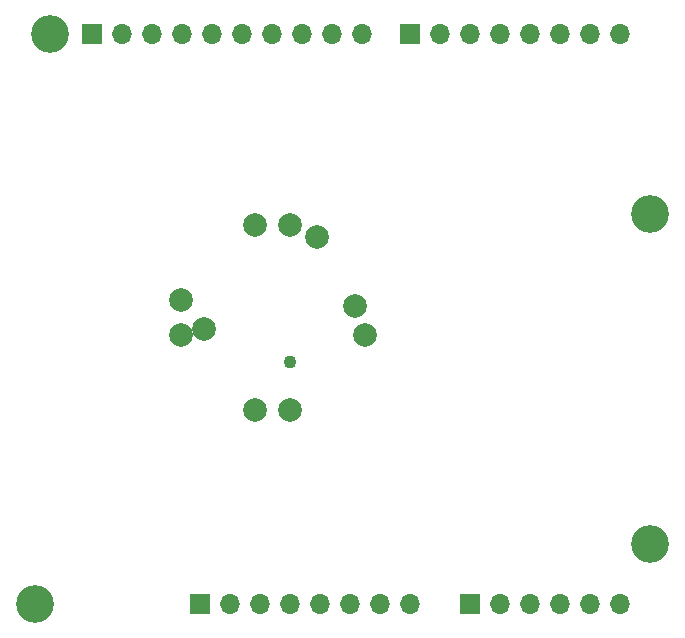
<source format=gbr>
%TF.GenerationSoftware,KiCad,Pcbnew,8.0.1-8.0.1-0~ubuntu23.10.1*%
%TF.CreationDate,2024-04-27T14:30:10-04:00*%
%TF.ProjectId,NavShield,4e617653-6869-4656-9c64-2e6b69636164,rev?*%
%TF.SameCoordinates,Original*%
%TF.FileFunction,Soldermask,Bot*%
%TF.FilePolarity,Negative*%
%FSLAX46Y46*%
G04 Gerber Fmt 4.6, Leading zero omitted, Abs format (unit mm)*
G04 Created by KiCad (PCBNEW 8.0.1-8.0.1-0~ubuntu23.10.1) date 2024-04-27 14:30:10*
%MOMM*%
%LPD*%
G01*
G04 APERTURE LIST*
%ADD10C,2.000000*%
%ADD11C,1.100000*%
%ADD12C,3.200000*%
%ADD13R,1.700000X1.700000*%
%ADD14O,1.700000X1.700000*%
G04 APERTURE END LIST*
D10*
%TO.C,SW101*%
X37830000Y33640000D03*
X28300000Y25780000D03*
X41060000Y27780000D03*
X26280000Y28280000D03*
X32580000Y18980000D03*
X35580000Y34580000D03*
X41880000Y25280000D03*
X32580000Y34580000D03*
X26280000Y25280000D03*
X35580000Y18980000D03*
D11*
X35580000Y22980000D03*
%TD*%
D12*
%TO.C,MH1*%
X15240000Y50800000D03*
%TD*%
%TO.C,MH2*%
X13970000Y2540000D03*
%TD*%
%TO.C,MH3*%
X66040000Y35560000D03*
%TD*%
%TO.C,MH4*%
X66040000Y7620000D03*
%TD*%
D13*
%TO.C,J1*%
X27940000Y2540000D03*
D14*
X30480000Y2540000D03*
X33020000Y2540000D03*
X35560000Y2540000D03*
X38100000Y2540000D03*
X40640000Y2540000D03*
X43180000Y2540000D03*
X45720000Y2540000D03*
%TD*%
D13*
%TO.C,J3*%
X50800000Y2540000D03*
D14*
X53340000Y2540000D03*
X55880000Y2540000D03*
X58420000Y2540000D03*
X60960000Y2540000D03*
X63500000Y2540000D03*
%TD*%
D13*
%TO.C,J2*%
X18796000Y50800000D03*
D14*
X21336000Y50800000D03*
X23876000Y50800000D03*
X26416000Y50800000D03*
X28956000Y50800000D03*
X31496000Y50800000D03*
X34036000Y50800000D03*
X36576000Y50800000D03*
X39116000Y50800000D03*
X41656000Y50800000D03*
%TD*%
D13*
%TO.C,J4*%
X45720000Y50800000D03*
D14*
X48260000Y50800000D03*
X50800000Y50800000D03*
X53340000Y50800000D03*
X55880000Y50800000D03*
X58420000Y50800000D03*
X60960000Y50800000D03*
X63500000Y50800000D03*
%TD*%
M02*

</source>
